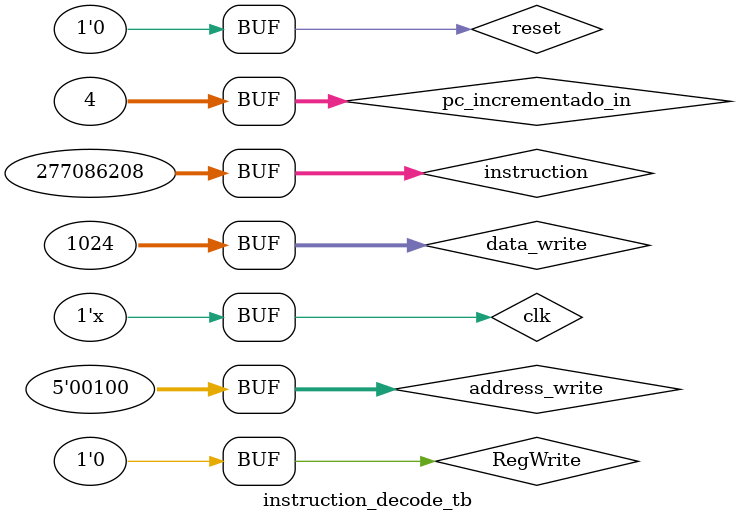
<source format=v>
module instruction_decode_tb;
	// Inputs
	reg clk;
	reg reset;
	reg [31:0] pc_incrementado_in;
	reg [31:0] instruction;
	reg RegWrite;
	reg [4:0] address_write;
	reg [31:0] data_write;
	// Outputs
	wire [31:0] pc_incrementado_out;
	wire [31:0] reg_data1;
	wire [31:0] reg_data2;
	wire [31:0] sgn_extend_data_imm;
	wire [4:0] rd;
	wire [4:0] rt;
	wire wb_RegWrite_out;
	wire wb_MemtoReg_out;
	wire m_Branch_out;
	wire m_MemRead_out;
	wire m_MemWrite_out;
	wire ex_RegDst_out;
	wire ex_ALUOp0_out;
	wire ex_ALUOp1_out;
	wire ex_ALUSrc_out;
	// Instantiate the Unit Under Test (UUT)
	instruction_decode uut (
		.clk(clk),
		.reset(reset),
		.pc_incrementado_in(pc_incrementado_in),
		.instruction(instruction),
		.RegWrite(RegWrite),
		.address_write(address_write),
		.data_write(data_write),
		.pc_incrementado_out(pc_incrementado_out),
		.reg_data1(reg_data1),
		.reg_data2(reg_data2),
		.sgn_extend_data_imm(sgn_extend_data_imm),
		.rd(rd),
		.rt(rt),
		.wb_RegWrite_out(wb_RegWrite_out),
		.wb_MemtoReg_out(wb_MemtoReg_out),
		.m_Branch_out(m_Branch_out),
		.m_MemRead_out(m_MemRead_out),
		.m_MemWrite_out(m_MemWrite_out),
		.ex_RegDst_out(ex_RegDst_out),
		.ex_ALUOp0_out(ex_ALUOp0_out),
		.ex_ALUOp1_out(ex_ALUOp1_out),
		.ex_ALUSrc_out(ex_ALUSrc_out)
	);
	initial begin
		// Initialize Inputs
		clk = 0;
		reset = 0;
		pc_incrementado_in = 0;
		instruction = 0;
		RegWrite = 0;
		address_write = 0;
		data_write = 0;
		// Wait 100 ns for global reset to finish
		#100;
		// Add stimulus here
		#5
		begin
			pc_incrementado_in = 32'b00000000_00000000_00000000_00000100;
			instruction = 32'b00000000_00000000_00000000_00000000;
			address_write = 5'b00100;
			data_write = 1024;
		end
		#5 RegWrite = 1;
		#3 RegWrite = 0;
		#5 instruction = 32'b10001100_10000100_00000000_00000000;
		#5 instruction = 32'b10101100_10000100_00000000_00000000;
		#5 instruction = 32'b00010000_10000100_00000000_00000000;
	end
		always
			#1 clk=~clk;
endmodule
</source>
